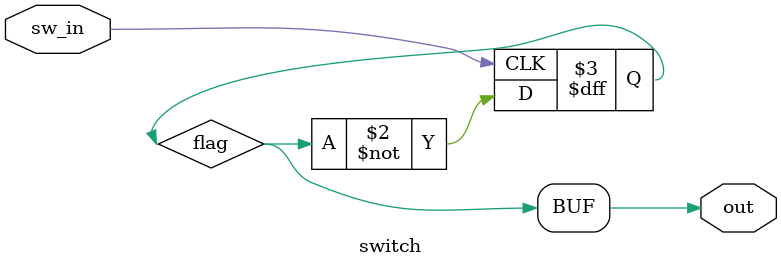
<source format=v>
module switch(
input sw_in,
output out

);
reg flag;


always @(negedge sw_in) begin
flag <= ~flag;
end
assign out = flag;

endmodule
</source>
